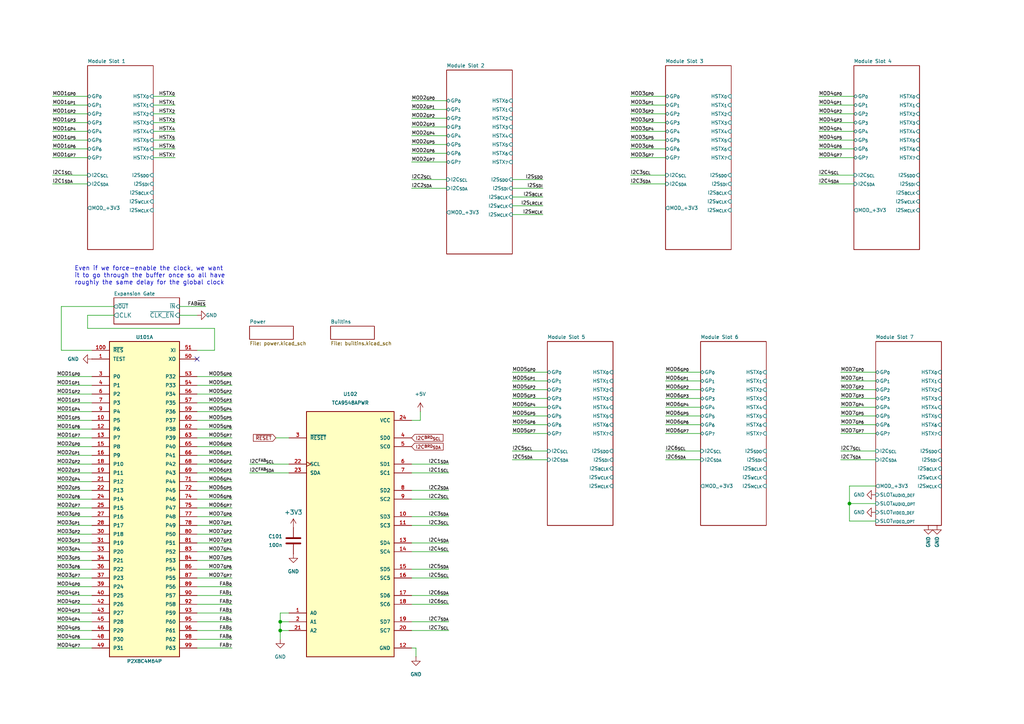
<source format=kicad_sch>
(kicad_sch (version 20250114) (generator "eeschema") (generator_version "9.0")
  (paper "A4")
  (text "Even if we force-enable the clock, we want\nit to go through the buffer once so all have\nroughly the same delay for the global clock" (at 21.59 80.01 0) (effects (font (size 1.27 1.27)) (justify left)))
  (junction (at 81.28 180.34))
  (junction (at 81.28 182.88))
  (junction (at 246.38 146.05))
  (no_connect (at 57.15 104.14))
  (wire (pts (xy 16.51 109.22) (xy 26.67 109.22)))
  (wire (pts (xy 246.38 140.97) (xy 254 140.97)))
  (wire (pts (xy 119.38 134.62) (xy 130.175 134.62)))
  (wire (pts (xy 304.8 146.05) (xy 316.23 146.05)))
  (wire (pts (xy 182.88 35.56) (xy 193.04 35.56)))
  (wire (pts (xy 16.51 165.1) (xy 26.67 165.1)))
  (wire (pts (xy 16.51 129.54) (xy 26.67 129.54)))
  (wire (pts (xy 67.31 137.16) (xy 57.15 137.16)))
  (wire (pts (xy 203.2 130.81) (xy 193.04 130.81)))
  (wire (pts (xy 16.51 152.4) (xy 26.67 152.4)))
  (wire (pts (xy 119.38 44.45) (xy 129.54 44.45)))
  (wire (pts (xy 67.31 167.64) (xy 57.15 167.64)))
  (wire (pts (xy 182.88 33.02) (xy 193.04 33.02)))
  (wire (pts (xy 44.45 35.56) (xy 50.8 35.56)))
  (wire (pts (xy 67.31 170.18) (xy 57.15 170.18)))
  (wire (pts (xy 304.8 133.985) (xy 316.23 133.985)))
  (wire (pts (xy 52.07 88.9) (xy 59.69 88.9)))
  (wire (pts (xy 182.88 40.64) (xy 193.04 40.64)))
  (wire (pts (xy 67.31 144.78) (xy 57.15 144.78)))
  (wire (pts (xy 119.38 180.34) (xy 130.175 180.34)))
  (wire (pts (xy 67.31 119.38) (xy 57.15 119.38)))
  (wire (pts (xy 304.8 131.445) (xy 316.23 131.445)))
  (wire (pts (xy 304.8 95.25) (xy 316.23 95.25)))
  (wire (pts (xy 16.51 149.86) (xy 26.67 149.86)))
  (wire (pts (xy 246.38 146.05) (xy 254 146.05)))
  (wire (pts (xy 148.59 110.49) (xy 158.75 110.49)))
  (wire (pts (xy 83.82 177.8) (xy 81.28 177.8)))
  (wire (pts (xy 203.2 133.35) (xy 193.04 133.35)))
  (wire (pts (xy 148.59 113.03) (xy 158.75 113.03)))
  (wire (pts (xy 304.8 115.57) (xy 316.23 115.57)))
  (wire (pts (xy 16.51 127) (xy 26.67 127)))
  (wire (pts (xy 57.15 101.6) (xy 62.23 101.6)))
  (wire (pts (xy 67.31 149.86) (xy 57.15 149.86)))
  (wire (pts (xy 62.23 95.25) (xy 62.23 101.6)))
  (wire (pts (xy 119.38 165.1) (xy 130.175 165.1)))
  (wire (pts (xy 67.31 121.92) (xy 57.15 121.92)))
  (wire (pts (xy 15.24 45.72) (xy 25.4 45.72)))
  (wire (pts (xy 193.04 123.19) (xy 203.2 123.19)))
  (wire (pts (xy 67.31 127) (xy 57.15 127)))
  (wire (pts (xy 81.28 180.34) (xy 83.82 180.34)))
  (wire (pts (xy 304.8 136.525) (xy 316.23 136.525)))
  (wire (pts (xy 148.59 59.69) (xy 157.48 59.69)))
  (wire (pts (xy 243.84 110.49) (xy 254 110.49)))
  (wire (pts (xy 120.65 190.5) (xy 120.65 187.96)))
  (wire (pts (xy 16.51 157.48) (xy 26.67 157.48)))
  (wire (pts (xy 16.51 154.94) (xy 26.67 154.94)))
  (wire (pts (xy 16.51 132.08) (xy 26.67 132.08)))
  (wire (pts (xy 119.38 137.16) (xy 130.175 137.16)))
  (wire (pts (xy 67.31 134.62) (xy 57.15 134.62)))
  (wire (pts (xy 254 151.13) (xy 246.38 151.13)))
  (wire (pts (xy 16.51 160.02) (xy 26.67 160.02)))
  (wire (pts (xy 67.31 160.02) (xy 57.15 160.02)))
  (wire (pts (xy 16.51 114.3) (xy 26.67 114.3)))
  (wire (pts (xy 304.8 148.59) (xy 316.23 148.59)))
  (wire (pts (xy 237.49 40.64) (xy 247.65 40.64)))
  (wire (pts (xy 119.38 172.72) (xy 130.175 172.72)))
  (wire (pts (xy 182.88 30.48) (xy 193.04 30.48)))
  (wire (pts (xy 67.31 182.88) (xy 57.15 182.88)))
  (wire (pts (xy 44.45 38.1) (xy 50.8 38.1)))
  (wire (pts (xy 304.8 141.605) (xy 316.23 141.605)))
  (wire (pts (xy 119.38 36.83) (xy 129.54 36.83)))
  (wire (pts (xy 304.8 85.09) (xy 316.23 85.09)))
  (wire (pts (xy 119.38 160.02) (xy 130.175 160.02)))
  (wire (pts (xy 17.78 88.9) (xy 17.78 101.6)))
  (wire (pts (xy 119.38 31.75) (xy 129.54 31.75)))
  (wire (pts (xy 16.51 124.46) (xy 26.67 124.46)))
  (wire (pts (xy 193.04 107.95) (xy 203.2 107.95)))
  (wire (pts (xy 193.04 110.49) (xy 203.2 110.49)))
  (wire (pts (xy 16.51 162.56) (xy 26.67 162.56)))
  (wire (pts (xy 304.8 113.03) (xy 316.23 113.03)))
  (wire (pts (xy 243.84 113.03) (xy 254 113.03)))
  (wire (pts (xy 119.38 144.78) (xy 130.175 144.78)))
  (wire (pts (xy 67.31 114.3) (xy 57.15 114.3)))
  (wire (pts (xy 237.49 38.1) (xy 247.65 38.1)))
  (wire (pts (xy 193.04 115.57) (xy 203.2 115.57)))
  (wire (pts (xy 119.38 46.99) (xy 129.54 46.99)))
  (wire (pts (xy 67.31 152.4) (xy 57.15 152.4)))
  (wire (pts (xy 16.51 170.18) (xy 26.67 170.18)))
  (wire (pts (xy 17.78 101.6) (xy 26.67 101.6)))
  (wire (pts (xy 237.49 45.72) (xy 247.65 45.72)))
  (wire (pts (xy 182.88 43.18) (xy 193.04 43.18)))
  (wire (pts (xy 304.8 110.49) (xy 316.23 110.49)))
  (wire (pts (xy 193.04 125.73) (xy 203.2 125.73)))
  (wire (pts (xy 148.59 54.61) (xy 157.48 54.61)))
  (wire (pts (xy 304.8 139.065) (xy 316.23 139.065)))
  (wire (pts (xy 158.75 130.81) (xy 148.59 130.81)))
  (wire (pts (xy 193.04 53.34) (xy 182.88 53.34)))
  (wire (pts (xy 119.38 152.4) (xy 130.175 152.4)))
  (wire (pts (xy 25.4 50.8) (xy 15.24 50.8)))
  (wire (pts (xy 72.39 134.62) (xy 83.82 134.62)))
  (wire (pts (xy 246.38 146.05) (xy 246.38 140.97)))
  (wire (pts (xy 304.8 152.4) (xy 316.23 152.4)))
  (wire (pts (xy 304.8 121.285) (xy 316.23 121.285)))
  (wire (pts (xy 148.59 107.95) (xy 158.75 107.95)))
  (wire (pts (xy 67.31 165.1) (xy 57.15 165.1)))
  (wire (pts (xy 16.51 116.84) (xy 26.67 116.84)))
  (wire (pts (xy 44.45 30.48) (xy 50.8 30.48)))
  (wire (pts (xy 243.84 115.57) (xy 254 115.57)))
  (wire (pts (xy 25.4 95.25) (xy 62.23 95.25)))
  (wire (pts (xy 182.88 38.1) (xy 193.04 38.1)))
  (wire (pts (xy 243.84 120.65) (xy 254 120.65)))
  (wire (pts (xy 25.4 53.34) (xy 15.24 53.34)))
  (wire (pts (xy 119.38 175.26) (xy 130.175 175.26)))
  (wire (pts (xy 119.38 142.24) (xy 130.175 142.24)))
  (wire (pts (xy 16.51 144.78) (xy 26.67 144.78)))
  (wire (pts (xy 16.51 111.76) (xy 26.67 111.76)))
  (wire (pts (xy 237.49 27.94) (xy 247.65 27.94)))
  (wire (pts (xy 304.8 123.825) (xy 316.23 123.825)))
  (wire (pts (xy 15.24 35.56) (xy 25.4 35.56)))
  (wire (pts (xy 129.54 52.07) (xy 119.38 52.07)))
  (wire (pts (xy 67.31 142.24) (xy 57.15 142.24)))
  (wire (pts (xy 67.31 111.76) (xy 57.15 111.76)))
  (wire (pts (xy 67.31 124.46) (xy 57.15 124.46)))
  (wire (pts (xy 67.31 185.42) (xy 57.15 185.42)))
  (wire (pts (xy 304.8 90.17) (xy 316.23 90.17)))
  (wire (pts (xy 15.24 43.18) (xy 25.4 43.18)))
  (wire (pts (xy 158.75 133.35) (xy 148.59 133.35)))
  (wire (pts (xy 148.59 62.23) (xy 157.48 62.23)))
  (wire (pts (xy 44.45 27.94) (xy 50.8 27.94)))
  (wire (pts (xy 67.31 175.26) (xy 57.15 175.26)))
  (wire (pts (xy 148.59 123.19) (xy 158.75 123.19)))
  (wire (pts (xy 254 130.81) (xy 243.84 130.81)))
  (wire (pts (xy 81.28 177.8) (xy 81.28 180.34)))
  (wire (pts (xy 16.51 137.16) (xy 26.67 137.16)))
  (wire (pts (xy 33.02 91.44) (xy 25.4 91.44)))
  (wire (pts (xy 67.31 109.22) (xy 57.15 109.22)))
  (wire (pts (xy 119.38 39.37) (xy 129.54 39.37)))
  (wire (pts (xy 16.51 185.42) (xy 26.67 185.42)))
  (wire (pts (xy 247.65 53.34) (xy 237.49 53.34)))
  (wire (pts (xy 237.49 43.18) (xy 247.65 43.18)))
  (wire (pts (xy 148.59 120.65) (xy 158.75 120.65)))
  (wire (pts (xy 67.31 139.7) (xy 57.15 139.7)))
  (wire (pts (xy 67.31 116.84) (xy 57.15 116.84)))
  (wire (pts (xy 237.49 30.48) (xy 247.65 30.48)))
  (wire (pts (xy 119.38 157.48) (xy 130.175 157.48)))
  (wire (pts (xy 15.24 33.02) (xy 25.4 33.02)))
  (wire (pts (xy 254 133.35) (xy 243.84 133.35)))
  (wire (pts (xy 44.45 43.18) (xy 50.8 43.18)))
  (wire (pts (xy 148.59 57.15) (xy 157.48 57.15)))
  (wire (pts (xy 237.49 33.02) (xy 247.65 33.02)))
  (wire (pts (xy 16.51 175.26) (xy 26.67 175.26)))
  (wire (pts (xy 44.45 33.02) (xy 50.8 33.02)))
  (wire (pts (xy 304.8 92.71) (xy 316.23 92.71)))
  (wire (pts (xy 80.01 127) (xy 83.82 127)))
  (wire (pts (xy 67.31 172.72) (xy 57.15 172.72)))
  (wire (pts (xy 304.8 87.63) (xy 316.23 87.63)))
  (wire (pts (xy 243.84 123.19) (xy 254 123.19)))
  (wire (pts (xy 67.31 162.56) (xy 57.15 162.56)))
  (wire (pts (xy 67.31 129.54) (xy 57.15 129.54)))
  (wire (pts (xy 16.51 172.72) (xy 26.67 172.72)))
  (wire (pts (xy 72.39 137.16) (xy 83.82 137.16)))
  (wire (pts (xy 119.38 29.21) (xy 129.54 29.21)))
  (wire (pts (xy 148.59 115.57) (xy 158.75 115.57)))
  (wire (pts (xy 16.51 121.92) (xy 26.67 121.92)))
  (wire (pts (xy 16.51 119.38) (xy 26.67 119.38)))
  (wire (pts (xy 15.24 38.1) (xy 25.4 38.1)))
  (wire (pts (xy 121.92 119.38) (xy 121.92 121.92)))
  (wire (pts (xy 16.51 182.88) (xy 26.67 182.88)))
  (wire (pts (xy 16.51 134.62) (xy 26.67 134.62)))
  (wire (pts (xy 44.45 40.64) (xy 50.8 40.64)))
  (wire (pts (xy 193.04 120.65) (xy 203.2 120.65)))
  (wire (pts (xy 33.02 88.9) (xy 17.78 88.9)))
  (wire (pts (xy 247.65 50.8) (xy 237.49 50.8)))
  (wire (pts (xy 52.07 91.44) (xy 57.15 91.44)))
  (wire (pts (xy 67.31 147.32) (xy 57.15 147.32)))
  (wire (pts (xy 119.38 34.29) (xy 129.54 34.29)))
  (wire (pts (xy 15.24 30.48) (xy 25.4 30.48)))
  (wire (pts (xy 304.8 100.33) (xy 316.23 100.33)))
  (wire (pts (xy 81.28 182.88) (xy 83.82 182.88)))
  (wire (pts (xy 119.38 149.86) (xy 130.175 149.86)))
  (wire (pts (xy 15.24 40.64) (xy 25.4 40.64)))
  (wire (pts (xy 193.04 50.8) (xy 182.88 50.8)))
  (wire (pts (xy 81.28 182.88) (xy 81.28 185.42)))
  (wire (pts (xy 119.38 121.92) (xy 121.92 121.92)))
  (wire (pts (xy 148.59 125.73) (xy 158.75 125.73)))
  (wire (pts (xy 67.31 180.34) (xy 57.15 180.34)))
  (wire (pts (xy 246.38 151.13) (xy 246.38 146.05)))
  (wire (pts (xy 304.8 102.87) (xy 316.23 102.87)))
  (wire (pts (xy 304.8 118.11) (xy 316.23 118.11)))
  (wire (pts (xy 148.59 118.11) (xy 158.75 118.11)))
  (wire (pts (xy 16.51 167.64) (xy 26.67 167.64)))
  (wire (pts (xy 120.65 187.96) (xy 119.38 187.96)))
  (wire (pts (xy 304.8 97.79) (xy 316.23 97.79)))
  (wire (pts (xy 243.84 118.11) (xy 254 118.11)))
  (wire (pts (xy 193.04 113.03) (xy 203.2 113.03)))
  (wire (pts (xy 25.4 91.44) (xy 25.4 95.25)))
  (wire (pts (xy 67.31 177.8) (xy 57.15 177.8)))
  (wire (pts (xy 15.24 27.94) (xy 25.4 27.94)))
  (wire (pts (xy 67.31 154.94) (xy 57.15 154.94)))
  (wire (pts (xy 304.8 128.905) (xy 316.23 128.905)))
  (wire (pts (xy 67.31 157.48) (xy 57.15 157.48)))
  (wire (pts (xy 129.54 54.61) (xy 119.38 54.61)))
  (wire (pts (xy 193.04 118.11) (xy 203.2 118.11)))
  (wire (pts (xy 16.51 139.7) (xy 26.67 139.7)))
  (wire (pts (xy 119.38 41.91) (xy 129.54 41.91)))
  (wire (pts (xy 67.31 187.96) (xy 57.15 187.96)))
  (wire (pts (xy 237.49 35.56) (xy 247.65 35.56)))
  (wire (pts (xy 67.31 132.08) (xy 57.15 132.08)))
  (wire (pts (xy 304.8 107.95) (xy 316.23 107.95)))
  (wire (pts (xy 182.88 45.72) (xy 193.04 45.72)))
  (wire (pts (xy 243.84 125.73) (xy 254 125.73)))
  (wire (pts (xy 16.51 142.24) (xy 26.67 142.24)))
  (wire (pts (xy 16.51 187.96) (xy 26.67 187.96)))
  (wire (pts (xy 119.38 182.88) (xy 130.175 182.88)))
  (wire (pts (xy 304.8 126.365) (xy 316.23 126.365)))
  (wire (pts (xy 81.28 180.34) (xy 81.28 182.88)))
  (wire (pts (xy 16.51 147.32) (xy 26.67 147.32)))
  (wire (pts (xy 16.51 180.34) (xy 26.67 180.34)))
  (wire (pts (xy 148.59 52.07) (xy 157.48 52.07)))
  (wire (pts (xy 243.84 107.95) (xy 254 107.95)))
  (wire (pts (xy 182.88 27.94) (xy 193.04 27.94)))
  (wire (pts (xy 44.45 45.72) (xy 50.8 45.72)))
  (wire (pts (xy 16.51 177.8) (xy 26.67 177.8)))
  (wire (pts (xy 119.38 167.64) (xy 130.175 167.64)))
  (label "HSTX_{0}" (at 50.8 27.94 180) (effects (font (size 1.016 1.016))))
  (label "MOD5_{GP4}" (at 67.31 119.38 180) (effects (font (size 1.016 1.016))))
  (label "MOD1_{GP0}" (at 16.51 109.22 0) (effects (font (size 1.016 1.016))))
  (label "I2S_{SDI}" (at 304.8 110.49 0) (effects (font (size 1.016 1.016))))
  (label "FAB_{6}" (at 304.8 136.525 0) (effects (font (size 1.016 1.016))))
  (label "MOD2_{GP5}" (at 16.51 142.24 0) (effects (font (size 1.016 1.016))))
  (label "I2S_{LRCLK}" (at 157.48 59.69 180) (effects (font (size 1.016 1.016))))
  (label "MOD1_{GP5}" (at 16.51 121.92 0) (effects (font (size 1.016 1.016))))
  (label "MOD3_{GP1}" (at 182.88 30.48 0) (effects (font (size 1.016 1.016))))
  (label "MOD4_{GP0}" (at 16.51 170.18 0) (effects (font (size 1.016 1.016))))
  (label "HSTX_{3}" (at 304.8 92.71 0) (effects (font (size 1.016 1.016))))
  (label "MOD6_{GP4}" (at 193.04 118.11 0) (effects (font (size 1.016 1.016))))
  (label "MOD2_{GP7}" (at 119.38 46.99 0) (effects (font (size 1.016 1.016))))
  (label "MOD6_{GP2}" (at 67.31 134.62 180) (effects (font (size 1.016 1.016))))
  (label "MOD1_{GP2}" (at 15.24 33.02 0) (effects (font (size 1.016 1.016))))
  (label "MOD4_{GP1}" (at 16.51 172.72 0) (effects (font (size 1.016 1.016))))
  (label "MOD1_{GP1}" (at 16.51 111.76 0) (effects (font (size 1.016 1.016))))
  (label "MOD6_{GP5}" (at 67.31 142.24 180) (effects (font (size 1.016 1.016))))
  (label "MOD6_{GP6}" (at 193.04 123.19 0) (effects (font (size 1.016 1.016))))
  (label "MOD7_{GP0}" (at 243.84 107.95 0) (effects (font (size 1.016 1.016))))
  (label "MOD4_{GP2}" (at 16.51 175.26 0) (effects (font (size 1.016 1.016))))
  (label "I2C4_{SCL}" (at 237.49 50.8 0) (effects (font (size 1.016 1.016))))
  (label "MOD4_{GP2}" (at 237.49 33.02 0) (effects (font (size 1.016 1.016))))
  (label "MOD6_{GP0}" (at 67.31 129.54 180) (effects (font (size 1.016 1.016))))
  (label "MOD1_{GP7}" (at 16.51 127 0) (effects (font (size 1.016 1.016))))
  (label "MOD4_{GP4}" (at 16.51 180.34 0) (effects (font (size 1.016 1.016))))
  (label "HSTX_{1}" (at 50.8 30.48 180) (effects (font (size 1.016 1.016))))
  (label "I2C3_{SCL}" (at 130.175 152.4 180) (effects (font (size 1.016 1.016))))
  (label "MOD2_{GP7}" (at 16.51 147.32 0) (effects (font (size 1.016 1.016))))
  (label "MOD2_{GP3}" (at 16.51 137.16 0) (effects (font (size 1.016 1.016))))
  (label "MOD6_{GP7}" (at 193.04 125.73 0) (effects (font (size 1.016 1.016))))
  (label "HSTX_{7}" (at 304.8 102.87 0) (effects (font (size 1.016 1.016))))
  (label "I2S_{BCLK}" (at 304.8 113.03 0) (effects (font (size 1.016 1.016))))
  (label "MOD5_{GP6}" (at 67.31 124.46 180) (effects (font (size 1.016 1.016))))
  (label "I2C3_{SCL}" (at 182.88 50.8 0) (effects (font (size 1.016 1.016))))
  (label "HSTX_{3}" (at 50.8 35.56 180) (effects (font (size 1.016 1.016))))
  (label "FAB_{3}" (at 304.8 128.905 0) (effects (font (size 1.016 1.016))))
  (label "FAB_{5}" (at 304.8 133.985 0) (effects (font (size 1.016 1.016))))
  (label "FAB_{2}" (at 67.31 175.26 180) (effects (font (size 1.016 1.016))))
  (label "HSTX_{6}" (at 50.8 43.18 180) (effects (font (size 1.016 1.016))))
  (label "I2C4_{SDA}" (at 237.49 53.34 0) (effects (font (size 1.016 1.016))))
  (label "MOD7_{GP2}" (at 67.31 154.94 180) (effects (font (size 1.016 1.016))))
  (label "MOD4_{GP4}" (at 237.49 38.1 0) (effects (font (size 1.016 1.016))))
  (label "I2C2_{SCL}" (at 119.38 52.07 0) (effects (font (size 1.016 1.016))))
  (label "MOD7_{GP7}" (at 67.31 167.64 180) (effects (font (size 1.016 1.016))))
  (label "MOD3_{GP7}" (at 16.51 167.64 0) (effects (font (size 1.016 1.016))))
  (label "MOD5_{GP6}" (at 148.59 123.19 0) (effects (font (size 1.016 1.016))))
  (label "MOD7_{GP3}" (at 67.31 157.48 180) (effects (font (size 1.016 1.016))))
  (label "MOD2_{GP0}" (at 119.38 29.21 0) (effects (font (size 1.016 1.016))))
  (label "I2C^{UPL}_{SCL}" (at 304.8 146.05 0) (effects (font (size 1.016 1.016))))
  (label "I2C3_{SDA}" (at 182.88 53.34 0) (effects (font (size 1.016 1.016))))
  (label "MOD5_{GP0}" (at 148.59 107.95 0) (effects (font (size 1.016 1.016))))
  (label "I2S_{SDO}" (at 304.8 107.95 0) (effects (font (size 1.016 1.016))))
  (label "MOD7_{GP7}" (at 243.84 125.73 0) (effects (font (size 1.016 1.016))))
  (label "I2C7_{SCL}" (at 130.175 182.88 180) (effects (font (size 1.016 1.016))))
  (label "FAB_{0}" (at 67.31 170.18 180) (effects (font (size 1.016 1.016))))
  (label "I2C4_{SDA}" (at 130.175 157.48 180) (effects (font (size 1.016 1.016))))
  (label "FAB_{1}" (at 67.31 172.72 180) (effects (font (size 1.016 1.016))))
  (label "I2C6_{SDA}" (at 193.04 133.35 0) (effects (font (size 1.016 1.016))))
  (label "MOD7_{GP5}" (at 67.31 162.56 180) (effects (font (size 1.016 1.016))))
  (label "MOD6_{GP4}" (at 67.31 139.7 180) (effects (font (size 1.016 1.016))))
  (label "MOD5_{GP3}" (at 67.31 116.84 180) (effects (font (size 1.016 1.016))))
  (label "FAB_{0}" (at 304.8 121.285 0) (effects (font (size 1.016 1.016))))
  (label "MOD6_{GP6}" (at 67.31 144.78 180) (effects (font (size 1.016 1.016))))
  (label "MOD2_{GP3}" (at 119.38 36.83 0) (effects (font (size 1.016 1.016))))
  (label "HSTX_{2}" (at 304.8 90.17 0) (effects (font (size 1.016 1.016))))
  (label "HSTX_{0}" (at 304.8 85.09 0) (effects (font (size 1.016 1.016))))
  (label "I2C^{FAB}_{SDA}" (at 72.39 137.16 0) (effects (font (size 1.016 1.016))))
  (label "HSTX_{4}" (at 304.8 95.25 0) (effects (font (size 1.016 1.016))))
  (label "MOD6_{GP3}" (at 193.04 115.57 0) (effects (font (size 1.016 1.016))))
  (label "MOD4_{GP5}" (at 237.49 40.64 0) (effects (font (size 1.016 1.016))))
  (label "I2C2_{SDA}" (at 130.175 142.24 180) (effects (font (size 1.016 1.016))))
  (label "MOD6_{GP7}" (at 67.31 147.32 180) (effects (font (size 1.016 1.016))))
  (label "MOD1_{GP6}" (at 16.51 124.46 0) (effects (font (size 1.016 1.016))))
  (label "HSTX_{6}" (at 304.8 100.33 0) (effects (font (size 1.016 1.016))))
  (label "MOD7_{GP4}" (at 67.31 160.02 180) (effects (font (size 1.016 1.016))))
  (label "MOD3_{GP1}" (at 16.51 152.4 0) (effects (font (size 1.016 1.016))))
  (label "MOD6_{GP3}" (at 67.31 137.16 180) (effects (font (size 1.016 1.016))))
  (label "I2C5_{SDA}" (at 130.175 165.1 180) (effects (font (size 1.016 1.016))))
  (label "I2C7_{SCL}" (at 243.84 130.81 0) (effects (font (size 1.016 1.016))))
  (label "FAB_{~{RES}}" (at 59.69 88.9 180) (effects (font (size 1.016 1.016))))
  (label "MOD2_{GP0}" (at 16.51 129.54 0) (effects (font (size 1.016 1.016))))
  (label "MOD3_{GP5}" (at 16.51 162.56 0) (effects (font (size 1.016 1.016))))
  (label "I2C6_{SCL}" (at 193.04 130.81 0) (effects (font (size 1.016 1.016))))
  (label "I2C5_{SCL}" (at 148.59 130.81 0) (effects (font (size 1.016 1.016))))
  (label "MOD3_{GP2}" (at 182.88 33.02 0) (effects (font (size 1.016 1.016))))
  (label "MOD5_{GP3}" (at 148.59 115.57 0) (effects (font (size 1.016 1.016))))
  (label "MOD3_{GP3}" (at 16.51 157.48 0) (effects (font (size 1.016 1.016))))
  (label "MOD5_{GP2}" (at 67.31 114.3 180) (effects (font (size 1.016 1.016))))
  (label "MOD7_{GP2}" (at 243.84 113.03 0) (effects (font (size 1.016 1.016))))
  (label "MOD3_{GP6}" (at 16.51 165.1 0) (effects (font (size 1.016 1.016))))
  (label "MOD6_{GP1}" (at 193.04 110.49 0) (effects (font (size 1.016 1.016))))
  (label "MOD3_{GP0}" (at 16.51 149.86 0) (effects (font (size 1.016 1.016))))
  (label "MOD5_{GP1}" (at 67.31 111.76 180) (effects (font (size 1.016 1.016))))
  (label "I2C6_{SCL}" (at 130.175 175.26 180) (effects (font (size 1.016 1.016))))
  (label "FAB_{7}" (at 304.8 139.065 0) (effects (font (size 1.016 1.016))))
  (label "HSTX_{5}" (at 50.8 40.64 180) (effects (font (size 1.016 1.016))))
  (label "MOD2_{GP5}" (at 119.38 41.91 0) (effects (font (size 1.016 1.016))))
  (label "MOD6_{GP5}" (at 193.04 120.65 0) (effects (font (size 1.016 1.016))))
  (label "MOD3_{GP0}" (at 182.88 27.94 0) (effects (font (size 1.016 1.016))))
  (label "I2C4_{SCL}" (at 130.175 160.02 180) (effects (font (size 1.016 1.016))))
  (label "I2S_{SDI}" (at 157.48 54.61 180) (effects (font (size 1.016 1.016))))
  (label "I2C7_{SDA}" (at 130.175 180.34 180) (effects (font (size 1.016 1.016))))
  (label "MOD2_{GP4}" (at 119.38 39.37 0) (effects (font (size 1.016 1.016))))
  (label "MOD4_{GP1}" (at 237.49 30.48 0) (effects (font (size 1.016 1.016))))
  (label "HSTX_{5}" (at 304.8 97.79 0) (effects (font (size 1.016 1.016))))
  (label "I2C^{FAB}_{SCL}" (at 72.39 134.62 0) (effects (font (size 1.016 1.016))))
  (label "EXP_{~{IRQ}}" (at 304.8 152.4 0) (effects (font (size 1.016 1.016))))
  (label "MOD4_{GP7}" (at 16.51 187.96 0) (effects (font (size 1.016 1.016))))
  (label "MOD4_{GP7}" (at 237.49 45.72 0) (effects (font (size 1.016 1.016))))
  (label "FAB_{5}" (at 67.31 182.88 180) (effects (font (size 1.016 1.016))))
  (label "MOD3_{GP7}" (at 182.88 45.72 0) (effects (font (size 1.016 1.016))))
  (label "MOD5_{GP5}" (at 148.59 120.65 0) (effects (font (size 1.016 1.016))))
  (label "MOD1_{GP3}" (at 15.24 35.56 0) (effects (font (size 1.016 1.016))))
  (label "FAB_{4}" (at 304.8 131.445 0) (effects (font (size 1.016 1.016))))
  (label "I2S_{MCLK}" (at 304.8 118.11 0) (effects (font (size 1.016 1.016))))
  (label "I2S_{BCLK}" (at 157.48 57.15 180) (effects (font (size 1.016 1.016))))
  (label "MOD1_{GP4}" (at 15.24 38.1 0) (effects (font (size 1.016 1.016))))
  (label "MOD4_{GP6}" (at 237.49 43.18 0) (effects (font (size 1.016 1.016))))
  (label "MOD2_{GP2}" (at 16.51 134.62 0) (effects (font (size 1.016 1.016))))
  (label "MOD2_{GP4}" (at 16.51 139.7 0) (effects (font (size 1.016 1.016))))
  (label "MOD7_{GP3}" (at 243.84 115.57 0) (effects (font (size 1.016 1.016))))
  (label "MOD1_{GP4}" (at 16.51 119.38 0) (effects (font (size 1.016 1.016))))
  (label "MOD7_{GP1}" (at 243.84 110.49 0) (effects (font (size 1.016 1.016))))
  (label "MOD2_{GP1}" (at 16.51 132.08 0) (effects (font (size 1.016 1.016))))
  (label "MOD5_{GP7}" (at 67.31 127 180) (effects (font (size 1.016 1.016))))
  (label "MOD3_{GP4}" (at 16.51 160.02 0) (effects (font (size 1.016 1.016))))
  (label "MOD1_{GP2}" (at 16.51 114.3 0) (effects (font (size 1.016 1.016))))
  (label "MOD1_{GP6}" (at 15.24 43.18 0) (effects (font (size 1.016 1.016))))
  (label "I2C2_{SCL}" (at 130.175 144.78 180) (effects (font (size 1.016 1.016))))
  (label "I2C6_{SDA}" (at 130.175 172.72 180) (effects (font (size 1.016 1.016))))
  (label "MOD4_{GP3}" (at 16.51 177.8 0) (effects (font (size 1.016 1.016))))
  (label "MOD1_{GP3}" (at 16.51 116.84 0) (effects (font (size 1.016 1.016))))
  (label "MOD1_{GP5}" (at 15.24 40.64 0) (effects (font (size 1.016 1.016))))
  (label "MOD5_{GP2}" (at 148.59 113.03 0) (effects (font (size 1.016 1.016))))
  (label "MOD7_{GP4}" (at 243.84 118.11 0) (effects (font (size 1.016 1.016))))
  (label "MOD7_{GP6}" (at 67.31 165.1 180) (effects (font (size 1.016 1.016))))
  (label "FAB_{6}" (at 67.31 185.42 180) (effects (font (size 1.016 1.016))))
  (label "FAB_{~{RES}}" (at 304.8 141.605 0) (effects (font (size 1.016 1.016))))
  (label "MOD6_{GP2}" (at 193.04 113.03 0) (effects (font (size 1.016 1.016))))
  (label "MOD2_{GP2}" (at 119.38 34.29 0) (effects (font (size 1.016 1.016))))
  (label "I2C3_{SDA}" (at 130.175 149.86 180) (effects (font (size 1.016 1.016))))
  (label "MOD4_{GP3}" (at 237.49 35.56 0) (effects (font (size 1.016 1.016))))
  (label "MOD3_{GP2}" (at 16.51 154.94 0) (effects (font (size 1.016 1.016))))
  (label "FAB_{7}" (at 67.31 187.96 180) (effects (font (size 1.016 1.016))))
  (label "MOD4_{GP5}" (at 16.51 182.88 0) (effects (font (size 1.016 1.016))))
  (label "MOD1_{GP7}" (at 15.24 45.72 0) (effects (font (size 1.016 1.016))))
  (label "HSTX_{7}" (at 50.8 45.72 180) (effects (font (size 1.016 1.016))))
  (label "MOD4_{GP0}" (at 237.49 27.94 0) (effects (font (size 1.016 1.016))))
  (label "MOD3_{GP5}" (at 182.88 40.64 0) (effects (font (size 1.016 1.016))))
  (label "HSTX_{1}" (at 304.8 87.63 0) (effects (font (size 1.016 1.016))))
  (label "I2C5_{SCL}" (at 130.175 167.64 180) (effects (font (size 1.016 1.016))))
  (label "MOD1_{GP1}" (at 15.24 30.48 0) (effects (font (size 1.016 1.016))))
  (label "MOD7_{GP1}" (at 67.31 152.4 180) (effects (font (size 1.016 1.016))))
  (label "FAB_{1}" (at 304.8 123.825 0) (effects (font (size 1.016 1.016))))
  (label "MOD7_{GP0}" (at 67.31 149.86 180) (effects (font (size 1.016 1.016))))
  (label "I2S_{LRCLK}" (at 304.8 115.57 0) (effects (font (size 1.016 1.016))))
  (label "MOD1_{GP0}" (at 15.24 27.94 0) (effects (font (size 1.016 1.016))))
  (label "MOD7_{GP5}" (at 243.84 120.65 0) (effects (font (size 1.016 1.016))))
  (label "I2C1_{SCL}" (at 130.175 137.16 180) (effects (font (size 1.016 1.016))))
  (label "MOD5_{GP7}" (at 148.59 125.73 0) (effects (font (size 1.016 1.016))))
  (label "MOD5_{GP5}" (at 67.31 121.92 180) (effects (font (size 1.016 1.016))))
  (label "MOD7_{GP6}" (at 243.84 123.19 0) (effects (font (size 1.016 1.016))))
  (label "MOD6_{GP0}" (at 193.04 107.95 0) (effects (font (size 1.016 1.016))))
  (label "HSTX_{4}" (at 50.8 38.1 180) (effects (font (size 1.016 1.016))))
  (label "I2C7_{SDA}" (at 243.84 133.35 0) (effects (font (size 1.016 1.016))))
  (label "I2C^{UPL}_{SDA}" (at 304.8 148.59 0) (effects (font (size 1.016 1.016))))
  (label "I2C2_{SDA}" (at 119.38 54.61 0) (effects (font (size 1.016 1.016))))
  (label "MOD2_{GP1}" (at 119.38 31.75 0) (effects (font (size 1.016 1.016))))
  (label "I2C1_{SDA}" (at 15.24 53.34 0) (effects (font (size 1.016 1.016))))
  (label "MOD2_{GP6}" (at 16.51 144.78 0) (effects (font (size 1.016 1.016))))
  (label "MOD4_{GP6}" (at 16.51 185.42 0) (effects (font (size 1.016 1.016))))
  (label "I2C1_{SDA}" (at 130.175 134.62 180) (effects (font (size 1.016 1.016))))
  (label "MOD6_{GP1}" (at 67.31 132.08 180) (effects (font (size 1.016 1.016))))
  (label "MOD3_{GP3}" (at 182.88 35.56 0) (effects (font (size 1.016 1.016))))
  (label "MOD3_{GP4}" (at 182.88 38.1 0) (effects (font (size 1.016 1.016))))
  (label "I2S_{SDO}" (at 157.48 52.07 180) (effects (font (size 1.016 1.016))))
  (label "FAB_{2}" (at 304.8 126.365 0) (effects (font (size 1.016 1.016))))
  (label "FAB_{4}" (at 67.31 180.34 180) (effects (font (size 1.016 1.016))))
  (label "MOD5_{GP0}" (at 67.31 109.22 180) (effects (font (size 1.016 1.016))))
  (label "MOD5_{GP1}" (at 148.59 110.49 0) (effects (font (size 1.016 1.016))))
  (label "HSTX_{2}" (at 50.8 33.02 180) (effects (font (size 1.016 1.016))))
  (label "MOD5_{GP4}" (at 148.59 118.11 0) (effects (font (size 1.016 1.016))))
  (label "MOD3_{GP6}" (at 182.88 43.18 0) (effects (font (size 1.016 1.016))))
  (label "MOD2_{GP6}" (at 119.38 44.45 0) (effects (font (size 1.016 1.016))))
  (label "I2S_{MCLK}" (at 157.48 62.23 180) (effects (font (size 1.016 1.016))))
  (label "I2C5_{SDA}" (at 148.59 133.35 0) (effects (font (size 1.016 1.016))))
  (label "I2C1_{SCL}" (at 15.24 50.8 0) (effects (font (size 1.016 1.016))))
  (label "FAB_{3}" (at 67.31 177.8 180) (effects (font (size 1.016 1.016))))
  (global_label "~{RESET}" (shape input) (at 80.01 127 180) (effects (font (size 1.016 1.016))) (property "Intersheetrefs" "${INTERSHEET_REFS}" (effects (hide yes))))
  (global_label "I2C^{BRD}_{SDA}" (shape input) (at 119.38 129.54 0) (effects (font (size 1.016 1.016))) (property "Intersheetrefs" "${INTERSHEET_REFS}" (effects (hide yes))))
  (global_label "I2C^{BRD}_{SCL}" (shape input) (at 119.38 127 0) (effects (font (size 1.016 1.016))) (property "Intersheetrefs" "${INTERSHEET_REFS}" (effects (hide yes))))
  (symbol (lib_id "power:GND") (at 254 143.51 270) (mirror x) (unit 1)
    (property "Reference" "#PWR0118" (effects (hide yes)))
    (property "Value" "GND" (at 250.825 143.51 90) (effects (font (size 1.016 1.016)) (justify right)))
    (property "Description" "Power symbol creates a global label with name \"GND\" , ground" (effects (hide yes)))
  )
  (symbol (lib_id "power:GND") (at 271.78 152.4 0) (mirror y) (unit 1)
    (property "Reference" "#PWR0149" (effects (hide yes)))
    (property "Value" "GND" (at 271.78 155.575 90) (effects (font (size 1.016 1.016)) (justify right)))
    (property "Description" "Power symbol creates a global label with name \"GND\" , ground" (effects (hide yes)))
  )
  (symbol (lib_id "Home Computer:P2X8C4M64P") (at 41.91 144.78 0) (unit 1)
    (property "Reference" "U101" (at 41.91 97.79 0) (effects (font (size 1.016 1.016))))
    (property "Value" "P2X8C4M64P" (at 41.91 191.77 0) (effects (font (size 1.016 1.016))))
    (property "Footprint" "Home Computer:QFP50P1600X1600X120-101N" (effects (hide yes)))
    (property "MF" "Parallax Inc." (effects (hide yes)))
    (property "MAXIMUM_PACKAGE_HEIGHT" "1.2mm" (effects (hide yes)))
    (property "Package" "None" (effects (hide yes)))
    (property "Price" "None" (effects (hide yes)))
    (property "Check_prices" "https://www.snapeda.com/parts/P2X8C4M64P/Parallax/view-part/?ref=eda" (effects (hide yes)))
    (property "STANDARD" "IPC-7351B" (effects (hide yes)))
    (property "PARTREV" "2022/11/01" (effects (hide yes)))
    (property "SnapEDA_Link" "https://www.snapeda.com/parts/P2X8C4M64P/Parallax/view-part/?ref=snap" (effects (hide yes)))
    (property "MP" "P2X8C4M64P" (effects (hide yes)))
    (property "Description_1" "\n                        \n                            P2X8C4M64P Propeller™ Microcontroller IC 32-Bit 8-Core 180MHz 544KB (544K x 8) RAM 100-TQFP-EP (14x14)\n                        \n" (effects (hide yes)))
    (property "SNAPEDA_PN" "P2X8C4M64P" (effects (hide yes)))
    (property "Availability" "In Stock" (effects (hide yes)))
    (property "MANUFACTURER" "Parallax Inc." (effects (hide yes)))
  )
  (symbol (lib_id "power:GND") (at 81.28 185.42 0) (unit 1)
    (property "Reference" "#PWR0109" (effects (hide yes)))
    (property "Value" "GND" (at 81.28 190.5 0) (effects (font (size 1.016 1.016))))
    (property "Description" "Power symbol creates a global label with name \"GND\" , ground" (effects (hide yes)))
  )
  (symbol (lib_id "power:GND") (at 57.15 91.44 90) (unit 1)
    (property "Reference" "#PWR0107" (effects (hide yes)))
    (property "Value" "GND" (at 59.69 91.44 90) (effects (font (size 1.016 1.016)) (justify right)))
    (property "Description" "Power symbol creates a global label with name \"GND\" , ground" (effects (hide yes)))
  )
  (symbol (lib_id "power:GND") (at 26.67 104.14 270) (unit 1)
    (property "Reference" "#PWR0101" (effects (hide yes)))
    (property "Value" "GND" (at 22.86 104.1399 90) (effects (font (size 1.016 1.016)) (justify right)))
    (property "Description" "Power symbol creates a global label with name \"GND\" , ground" (effects (hide yes)))
  )
  (symbol (lib_id "Device:C") (at 85.09 156.845 0) (mirror x) (unit 1)
    (property "Reference" "C101" (at 81.915 155.5749 0) (effects (font (size 1.016 1.016)) (justify right)))
    (property "Value" "100n" (at 81.915 158.1149 0) (effects (font (size 1.016 1.016)) (justify right)))
    (property "Footprint" "Capacitor_SMD:C_0603_1608Metric" (effects (hide yes)))
    (property "Description" "Unpolarized capacitor" (effects (hide yes)))
  )
  (symbol (lib_id "power:GND") (at 85.09 160.655 0) (mirror y) (unit 1)
    (property "Reference" "#PWR0111" (effects (hide yes)))
    (property "Value" "GND" (at 85.09 165.735 0) (effects (font (size 1.016 1.016))))
    (property "Description" "Power symbol creates a global label with name \"GND\" , ground" (effects (hide yes)))
  )
  (symbol (lib_id "power:GND") (at 120.65 190.5 0) (unit 1)
    (property "Reference" "#PWR0112" (effects (hide yes)))
    (property "Value" "GND" (at 120.65 195.58 0) (effects (font (size 1.016 1.016))))
    (property "Description" "Power symbol creates a global label with name \"GND\" , ground" (effects (hide yes)))
  )
  (symbol (lib_id "power:+3V3") (at 85.09 153.035 0) (mirror y) (unit 1)
    (property "Reference" "#PWR0110" (effects (hide yes)))
    (property "Value" "+3V3" (at 85.09 148.59 0))
    (property "Description" "Power symbol creates a global label with name \"+3V3\"" (effects (hide yes)))
  )
  (symbol (lib_id "power:GND") (at 254 148.59 270) (mirror x) (unit 1)
    (property "Reference" "#PWR0119" (effects (hide yes)))
    (property "Value" "GND" (at 250.825 148.59 90) (effects (font (size 1.016 1.016)) (justify right)))
    (property "Description" "Power symbol creates a global label with name \"GND\" , ground" (effects (hide yes)))
  )
  (symbol (lib_id "power:GND") (at 269.24 152.4 0) (mirror y) (unit 1)
    (property "Reference" "#PWR0148" (effects (hide yes)))
    (property "Value" "GND" (at 269.24 155.575 90) (effects (font (size 1.016 1.016)) (justify right)))
    (property "Description" "Power symbol creates a global label with name \"GND\" , ground" (effects (hide yes)))
  )
  (symbol (lib_id "Home Computer:TCA9548APWR") (at 101.6 154.94 0) (unit 1)
    (property "Reference" "U102" (at 101.6 114.3 0) (effects (font (size 1.016 1.016))))
    (property "Value" "TCA9548APWR" (at 101.6 116.84 0) (effects (font (size 1.016 1.016))))
    (property "Footprint" "TCA9548APWR:SOP65P640X120-24N" (effects (hide yes)))
    (property "PARTREV" "G" (effects (hide yes)))
    (property "STANDARD" "IPC-7351B" (effects (hide yes)))
    (property "MAXIMUM_PACKAGE_HEIGHT" "1.2 mm" (effects (hide yes)))
    (property "MANUFACTURER" "Texas Instruments" (effects (hide yes)))
  )
  (symbol (lib_id "power:+5V") (at 121.92 119.38 0) (unit 1)
    (property "Reference" "#PWR0113" (effects (hide yes)))
    (property "Value" "+5V" (at 121.92 114.3 0) (effects (font (size 1.016 1.016))))
    (property "Description" "Power symbol creates a global label with name \"+5V\"" (effects (hide yes)))
  )
  (sheet (at 203.2 99.06) (size 19.05 53.34) (stroke (width 0.1524))
    (property "Sheetname" "Module Slot 6" (at 203.2 98.3484 0) (effects (font (size 1.016 1.016)) (justify left bottom)))
    (property "Sheetfile" "module_slot.kicad_sch" (effects (hide yes)))
    (pin "HSTX_{1}" input (at 222.25 110.49 0) (effects (font (size 1.016 1.016))))
    (pin "HSTX_{5}" input (at 222.25 120.65 0) (effects (font (size 1.016 1.016))))
    (pin "HSTX_{7}" input (at 222.25 125.73 0) (effects (font (size 1.016 1.016))))
    (pin "HSTX_{6}" input (at 222.25 123.19 0) (effects (font (size 1.016 1.016))))
    (pin "HSTX_{3}" input (at 222.25 115.57 0) (effects (font (size 1.016 1.016))))
    (pin "HSTX_{2}" input (at 222.25 113.03 0) (effects (font (size 1.016 1.016))))
    (pin "HSTX_{4}" input (at 222.25 118.11 0) (effects (font (size 1.016 1.016))))
    (pin "HSTX_{0}" input (at 222.25 107.95 0) (effects (font (size 1.016 1.016))))
    (pin "I2S_{SDO}" input (at 222.25 130.81 0) (effects (font (size 1.016 1.016))))
    (pin "I2S_{SDI}" input (at 222.25 133.35 0) (effects (font (size 1.016 1.016))))
    (pin "I2S_{BCLK}" input (at 222.25 135.89 0) (effects (font (size 1.016 1.016))))
    (pin "I2C_{SCL}" input (at 203.2 130.81 180) (effects (font (size 1.016 1.016))))
    (pin "I2S_{MCLK}" input (at 222.25 140.97 0) (effects (font (size 1.016 1.016))))
    (pin "I2C_{SDA}" input (at 203.2 133.35 180) (effects (font (size 1.016 1.016))))
    (pin "GP_{6}" bidirectional (at 203.2 123.19 180) (effects (font (size 1.016 1.016))))
    (pin "GP_{5}" bidirectional (at 203.2 120.65 180) (effects (font (size 1.016 1.016))))
    (pin "GP_{7}" bidirectional (at 203.2 125.73 180) (effects (font (size 1.016 1.016))))
    (pin "GP_{4}" bidirectional (at 203.2 118.11 180) (effects (font (size 1.016 1.016))))
    (pin "GP_{0}" bidirectional (at 203.2 107.95 180) (effects (font (size 1.016 1.016))))
    (pin "GP_{2}" bidirectional (at 203.2 113.03 180) (effects (font (size 1.016 1.016))))
    (pin "GP_{3}" bidirectional (at 203.2 115.57 180) (effects (font (size 1.016 1.016))))
    (pin "GP_{1}" bidirectional (at 203.2 110.49 180) (effects (font (size 1.016 1.016))))
    (pin "I2S_{WCLK}" input (at 222.25 138.43 0) (effects (font (size 1.016 1.016))))
    (pin "MOD_+3V3" output (at 203.2 140.97 180) (effects (font (size 1.016 1.016))))
  )
  (sheet (at 33.02 86.36) (size 19.05 7.62) (stroke (width 0.1524))
    (property "Sheetname" "Expansion Gate" (at 33.02 85.7754 0) (effects (font (size 1.016 1.016)) (justify left bottom)))
    (property "Sheetfile" "reset_gate.kicad_sch" (effects (hide yes)))
    (pin "~{IN}" input (at 52.07 88.9 0) (effects (font (size 1.016 1.016))))
    (pin "~{OUT}" output (at 33.02 88.9 180) (effects (font (size 1.016 1.016))))
    (pin "CLK" output (at 33.02 91.44 180))
    (pin "~{CLK_EN}" input (at 52.07 91.44 0))
  )
  (sheet (at 247.65 19.05) (size 19.05 53.34) (stroke (width 0.1524))
    (property "Sheetname" "Module Slot 4" (at 247.65 18.3384 0) (effects (font (size 1.016 1.016)) (justify left bottom)))
    (property "Sheetfile" "module_slot.kicad_sch" (effects (hide yes)))
    (pin "HSTX_{1}" input (at 266.7 30.48 0) (effects (font (size 1.016 1.016))))
    (pin "HSTX_{5}" input (at 266.7 40.64 0) (effects (font (size 1.016 1.016))))
    (pin "HSTX_{7}" input (at 266.7 45.72 0) (effects (font (size 1.016 1.016))))
    (pin "HSTX_{6}" input (at 266.7 43.18 0) (effects (font (size 1.016 1.016))))
    (pin "HSTX_{3}" input (at 266.7 35.56 0) (effects (font (size 1.016 1.016))))
    (pin "HSTX_{2}" input (at 266.7 33.02 0) (effects (font (size 1.016 1.016))))
    (pin "HSTX_{4}" input (at 266.7 38.1 0) (effects (font (size 1.016 1.016))))
    (pin "HSTX_{0}" input (at 266.7 27.94 0) (effects (font (size 1.016 1.016))))
    (pin "I2S_{SDO}" input (at 266.7 50.8 0) (effects (font (size 1.016 1.016))))
    (pin "I2S_{SDI}" input (at 266.7 53.34 0) (effects (font (size 1.016 1.016))))
    (pin "I2S_{BCLK}" input (at 266.7 55.88 0) (effects (font (size 1.016 1.016))))
    (pin "I2C_{SCL}" input (at 247.65 50.8 180) (effects (font (size 1.016 1.016))))
    (pin "I2S_{MCLK}" input (at 266.7 60.96 0) (effects (font (size 1.016 1.016))))
    (pin "I2C_{SDA}" input (at 247.65 53.34 180) (effects (font (size 1.016 1.016))))
    (pin "GP_{6}" bidirectional (at 247.65 43.18 180) (effects (font (size 1.016 1.016))))
    (pin "GP_{5}" bidirectional (at 247.65 40.64 180) (effects (font (size 1.016 1.016))))
    (pin "GP_{7}" bidirectional (at 247.65 45.72 180) (effects (font (size 1.016 1.016))))
    (pin "GP_{4}" bidirectional (at 247.65 38.1 180) (effects (font (size 1.016 1.016))))
    (pin "GP_{0}" bidirectional (at 247.65 27.94 180) (effects (font (size 1.016 1.016))))
    (pin "GP_{2}" bidirectional (at 247.65 33.02 180) (effects (font (size 1.016 1.016))))
    (pin "GP_{3}" bidirectional (at 247.65 35.56 180) (effects (font (size 1.016 1.016))))
    (pin "GP_{1}" bidirectional (at 247.65 30.48 180) (effects (font (size 1.016 1.016))))
    (pin "I2S_{WCLK}" input (at 266.7 58.42 0) (effects (font (size 1.016 1.016))))
    (pin "MOD_+3V3" output (at 247.65 60.96 180) (effects (font (size 1.016 1.016))))
  )
  (sheet (at 158.75 99.06) (size 19.05 53.34) (stroke (width 0.1524))
    (property "Sheetname" "Module Slot 5" (at 158.75 98.3484 0) (effects (font (size 1.016 1.016)) (justify left bottom)))
    (property "Sheetfile" "module_slot.kicad_sch" (effects (hide yes)))
    (pin "HSTX_{1}" input (at 177.8 110.49 0) (effects (font (size 1.016 1.016))))
    (pin "HSTX_{5}" input (at 177.8 120.65 0) (effects (font (size 1.016 1.016))))
    (pin "HSTX_{7}" input (at 177.8 125.73 0) (effects (font (size 1.016 1.016))))
    (pin "HSTX_{6}" input (at 177.8 123.19 0) (effects (font (size 1.016 1.016))))
    (pin "HSTX_{3}" input (at 177.8 115.57 0) (effects (font (size 1.016 1.016))))
    (pin "HSTX_{2}" input (at 177.8 113.03 0) (effects (font (size 1.016 1.016))))
    (pin "HSTX_{4}" input (at 177.8 118.11 0) (effects (font (size 1.016 1.016))))
    (pin "HSTX_{0}" input (at 177.8 107.95 0) (effects (font (size 1.016 1.016))))
    (pin "I2S_{SDO}" input (at 177.8 130.81 0) (effects (font (size 1.016 1.016))))
    (pin "I2S_{SDI}" input (at 177.8 133.35 0) (effects (font (size 1.016 1.016))))
    (pin "I2S_{BCLK}" input (at 177.8 135.89 0) (effects (font (size 1.016 1.016))))
    (pin "I2C_{SCL}" input (at 158.75 130.81 180) (effects (font (size 1.016 1.016))))
    (pin "I2S_{MCLK}" input (at 177.8 140.97 0) (effects (font (size 1.016 1.016))))
    (pin "I2C_{SDA}" input (at 158.75 133.35 180) (effects (font (size 1.016 1.016))))
    (pin "GP_{6}" bidirectional (at 158.75 123.19 180) (effects (font (size 1.016 1.016))))
    (pin "GP_{5}" bidirectional (at 158.75 120.65 180) (effects (font (size 1.016 1.016))))
    (pin "GP_{7}" bidirectional (at 158.75 125.73 180) (effects (font (size 1.016 1.016))))
    (pin "GP_{4}" bidirectional (at 158.75 118.11 180) (effects (font (size 1.016 1.016))))
    (pin "GP_{0}" bidirectional (at 158.75 107.95 180) (effects (font (size 1.016 1.016))))
    (pin "GP_{2}" bidirectional (at 158.75 113.03 180) (effects (font (size 1.016 1.016))))
    (pin "GP_{3}" bidirectional (at 158.75 115.57 180) (effects (font (size 1.016 1.016))))
    (pin "GP_{1}" bidirectional (at 158.75 110.49 180) (effects (font (size 1.016 1.016))))
    (pin "I2S_{WCLK}" input (at 177.8 138.43 0) (effects (font (size 1.016 1.016))))
  )
  (sheet (at 193.04 19.05) (size 19.05 53.34) (stroke (width 0.1524))
    (property "Sheetname" "Module Slot 3" (at 193.04 18.3384 0) (effects (font (size 1.016 1.016)) (justify left bottom)))
    (property "Sheetfile" "module_slot.kicad_sch" (effects (hide yes)))
    (pin "HSTX_{1}" input (at 212.09 30.48 0) (effects (font (size 1.016 1.016))))
    (pin "HSTX_{5}" input (at 212.09 40.64 0) (effects (font (size 1.016 1.016))))
    (pin "HSTX_{7}" input (at 212.09 45.72 0) (effects (font (size 1.016 1.016))))
    (pin "HSTX_{6}" input (at 212.09 43.18 0) (effects (font (size 1.016 1.016))))
    (pin "HSTX_{3}" input (at 212.09 35.56 0) (effects (font (size 1.016 1.016))))
    (pin "HSTX_{2}" input (at 212.09 33.02 0) (effects (font (size 1.016 1.016))))
    (pin "HSTX_{4}" input (at 212.09 38.1 0) (effects (font (size 1.016 1.016))))
    (pin "HSTX_{0}" input (at 212.09 27.94 0) (effects (font (size 1.016 1.016))))
    (pin "I2S_{SDO}" input (at 212.09 50.8 0) (effects (font (size 1.016 1.016))))
    (pin "I2S_{SDI}" input (at 212.09 53.34 0) (effects (font (size 1.016 1.016))))
    (pin "I2S_{BCLK}" input (at 212.09 55.88 0) (effects (font (size 1.016 1.016))))
    (pin "I2C_{SCL}" input (at 193.04 50.8 180) (effects (font (size 1.016 1.016))))
    (pin "I2S_{MCLK}" input (at 212.09 60.96 0) (effects (font (size 1.016 1.016))))
    (pin "I2C_{SDA}" input (at 193.04 53.34 180) (effects (font (size 1.016 1.016))))
    (pin "GP_{6}" bidirectional (at 193.04 43.18 180) (effects (font (size 1.016 1.016))))
    (pin "GP_{5}" bidirectional (at 193.04 40.64 180) (effects (font (size 1.016 1.016))))
    (pin "GP_{7}" bidirectional (at 193.04 45.72 180) (effects (font (size 1.016 1.016))))
    (pin "GP_{4}" bidirectional (at 193.04 38.1 180) (effects (font (size 1.016 1.016))))
    (pin "GP_{0}" bidirectional (at 193.04 27.94 180) (effects (font (size 1.016 1.016))))
    (pin "GP_{2}" bidirectional (at 193.04 33.02 180) (effects (font (size 1.016 1.016))))
    (pin "GP_{3}" bidirectional (at 193.04 35.56 180) (effects (font (size 1.016 1.016))))
    (pin "GP_{1}" bidirectional (at 193.04 30.48 180) (effects (font (size 1.016 1.016))))
    (pin "I2S_{WCLK}" input (at 212.09 58.42 0) (effects (font (size 1.016 1.016))))
    (pin "MOD_+3V3" output (at 193.04 60.325 180) (effects (font (size 1.016 1.016))))
  )
  (sheet (at 95.885 94.615) (size 12.7 3.81) (stroke (width 0.1524))
    (property "Sheetname" "Builtins" (at 95.885 93.9034 0) (effects (font (size 1.016 1.016)) (justify left bottom)))
    (property "Sheetfile" "builtins.kicad_sch" (at 95.885 99.0096 0) (effects (font (size 1.016 1.016)) (justify left top)))
  )
  (sheet (at 72.39 94.615) (size 12.7 3.81) (stroke (width 0.1524))
    (property "Sheetname" "Power" (at 72.39 93.9034 0) (effects (font (size 1.016 1.016)) (justify left bottom)))
    (property "Sheetfile" "power.kicad_sch" (at 72.39 99.0096 0) (effects (font (size 1.016 1.016)) (justify left top)))
  )
  (sheet (at 254 99.06) (size 19.05 53.34) (stroke (width 0.1524))
    (property "Sheetname" "Module Slot 7" (at 254 98.3484 0) (effects (font (size 1.016 1.016)) (justify left bottom)))
    (property "Sheetfile" "module_slot.kicad_sch" (effects (hide yes)))
    (pin "HSTX_{1}" input (at 273.05 110.49 0) (effects (font (size 1.016 1.016))))
    (pin "HSTX_{5}" input (at 273.05 120.65 0) (effects (font (size 1.016 1.016))))
    (pin "HSTX_{7}" input (at 273.05 125.73 0) (effects (font (size 1.016 1.016))))
    (pin "HSTX_{6}" input (at 273.05 123.19 0) (effects (font (size 1.016 1.016))))
    (pin "HSTX_{3}" input (at 273.05 115.57 0) (effects (font (size 1.016 1.016))))
    (pin "HSTX_{2}" input (at 273.05 113.03 0) (effects (font (size 1.016 1.016))))
    (pin "HSTX_{4}" input (at 273.05 118.11 0) (effects (font (size 1.016 1.016))))
    (pin "HSTX_{0}" input (at 273.05 107.95 0) (effects (font (size 1.016 1.016))))
    (pin "I2S_{SDO}" input (at 273.05 130.81 0) (effects (font (size 1.016 1.016))))
    (pin "I2S_{SDI}" input (at 273.05 133.35 0) (effects (font (size 1.016 1.016))))
    (pin "I2S_{BCLK}" input (at 273.05 135.89 0) (effects (font (size 1.016 1.016))))
    (pin "I2C_{SCL}" input (at 254 130.81 180) (effects (font (size 1.016 1.016))))
    (pin "I2S_{MCLK}" input (at 273.05 140.97 0) (effects (font (size 1.016 1.016))))
    (pin "I2C_{SDA}" input (at 254 133.35 180) (effects (font (size 1.016 1.016))))
    (pin "GP_{6}" bidirectional (at 254 123.19 180) (effects (font (size 1.016 1.016))))
    (pin "GP_{5}" bidirectional (at 254 120.65 180) (effects (font (size 1.016 1.016))))
    (pin "GP_{7}" bidirectional (at 254 125.73 180) (effects (font (size 1.016 1.016))))
    (pin "GP_{4}" bidirectional (at 254 118.11 180) (effects (font (size 1.016 1.016))))
    (pin "GP_{0}" bidirectional (at 254 107.95 180) (effects (font (size 1.016 1.016))))
    (pin "GP_{2}" bidirectional (at 254 113.03 180) (effects (font (size 1.016 1.016))))
    (pin "GP_{3}" bidirectional (at 254 115.57 180) (effects (font (size 1.016 1.016))))
    (pin "GP_{1}" bidirectional (at 254 110.49 180) (effects (font (size 1.016 1.016))))
    (pin "I2S_{WCLK}" input (at 273.05 138.43 0) (effects (font (size 1.016 1.016))))
    (pin "MOD_+3V3" output (at 254 140.97 180) (effects (font (size 1.016 1.016))))
    (pin "SLOT_{AUDIO_DEF}" input (at 254 143.51 180) (effects (font (size 1.016 1.016))))
    (pin "SLOT_{AUDIO_OPT}" input (at 254 146.05 180) (effects (font (size 1.016 1.016))))
    (pin "SLOT_{VIDEO_DEF}" input (at 254 148.59 180) (effects (font (size 1.016 1.016))))
    (pin "SLOT_{VIDEO_OPT}" input (at 254 151.13 180) (effects (font (size 1.016 1.016))))
  )
  (sheet (at 25.4 19.05) (size 19.05 53.34) (stroke (width 0.1524))
    (property "Sheetname" "Module Slot 1" (at 25.4 18.3384 0) (effects (font (size 1.016 1.016)) (justify left bottom)))
    (property "Sheetfile" "module_slot.kicad_sch" (effects (hide yes)))
    (pin "HSTX_{1}" input (at 44.45 30.48 0) (effects (font (size 1.016 1.016))))
    (pin "HSTX_{5}" input (at 44.45 40.64 0) (effects (font (size 1.016 1.016))))
    (pin "HSTX_{7}" input (at 44.45 45.72 0) (effects (font (size 1.016 1.016))))
    (pin "HSTX_{6}" input (at 44.45 43.18 0) (effects (font (size 1.016 1.016))))
    (pin "HSTX_{3}" input (at 44.45 35.56 0) (effects (font (size 1.016 1.016))))
    (pin "HSTX_{2}" input (at 44.45 33.02 0) (effects (font (size 1.016 1.016))))
    (pin "HSTX_{4}" input (at 44.45 38.1 0) (effects (font (size 1.016 1.016))))
    (pin "HSTX_{0}" input (at 44.45 27.94 0) (effects (font (size 1.016 1.016))))
    (pin "I2S_{SDO}" input (at 44.45 50.8 0) (effects (font (size 1.016 1.016))))
    (pin "I2S_{SDI}" input (at 44.45 53.34 0) (effects (font (size 1.016 1.016))))
    (pin "I2S_{BCLK}" input (at 44.45 55.88 0) (effects (font (size 1.016 1.016))))
    (pin "I2C_{SCL}" input (at 25.4 50.8 180) (effects (font (size 1.016 1.016))))
    (pin "I2S_{MCLK}" input (at 44.45 60.96 0) (effects (font (size 1.016 1.016))))
    (pin "I2C_{SDA}" input (at 25.4 53.34 180) (effects (font (size 1.016 1.016))))
    (pin "GP_{6}" bidirectional (at 25.4 43.18 180) (effects (font (size 1.016 1.016))))
    (pin "GP_{5}" bidirectional (at 25.4 40.64 180) (effects (font (size 1.016 1.016))))
    (pin "GP_{7}" bidirectional (at 25.4 45.72 180) (effects (font (size 1.016 1.016))))
    (pin "GP_{4}" bidirectional (at 25.4 38.1 180) (effects (font (size 1.016 1.016))))
    (pin "GP_{0}" bidirectional (at 25.4 27.94 180) (effects (font (size 1.016 1.016))))
    (pin "GP_{2}" bidirectional (at 25.4 33.02 180) (effects (font (size 1.016 1.016))))
    (pin "GP_{3}" bidirectional (at 25.4 35.56 180) (effects (font (size 1.016 1.016))))
    (pin "GP_{1}" bidirectional (at 25.4 30.48 180) (effects (font (size 1.016 1.016))))
    (pin "I2S_{WCLK}" input (at 44.45 58.42 0) (effects (font (size 1.016 1.016))))
    (pin "MOD_+3V3" output (at 25.4 60.325 180) (effects (font (size 1.016 1.016))))
  )
  (sheet (at 129.54 20.32) (size 19.05 53.34) (stroke (width 0.1524))
    (property "Sheetname" "Module Slot 2" (at 129.54 19.6084 0) (effects (font (size 1.016 1.016)) (justify left bottom)))
    (property "Sheetfile" "module_slot.kicad_sch" (effects (hide yes)))
    (pin "HSTX_{1}" input (at 148.59 31.75 0) (effects (font (size 1.016 1.016))))
    (pin "HSTX_{5}" input (at 148.59 41.91 0) (effects (font (size 1.016 1.016))))
    (pin "HSTX_{7}" input (at 148.59 46.99 0) (effects (font (size 1.016 1.016))))
    (pin "HSTX_{6}" input (at 148.59 44.45 0) (effects (font (size 1.016 1.016))))
    (pin "HSTX_{3}" input (at 148.59 36.83 0) (effects (font (size 1.016 1.016))))
    (pin "HSTX_{2}" input (at 148.59 34.29 0) (effects (font (size 1.016 1.016))))
    (pin "HSTX_{4}" input (at 148.59 39.37 0) (effects (font (size 1.016 1.016))))
    (pin "HSTX_{0}" input (at 148.59 29.21 0) (effects (font (size 1.016 1.016))))
    (pin "I2S_{SDO}" input (at 148.59 52.07 0) (effects (font (size 1.016 1.016))))
    (pin "I2S_{SDI}" input (at 148.59 54.61 0) (effects (font (size 1.016 1.016))))
    (pin "I2S_{BCLK}" input (at 148.59 57.15 0) (effects (font (size 1.016 1.016))))
    (pin "I2C_{SCL}" input (at 129.54 52.07 180) (effects (font (size 1.016 1.016))))
    (pin "I2S_{MCLK}" input (at 148.59 62.23 0) (effects (font (size 1.016 1.016))))
    (pin "I2C_{SDA}" input (at 129.54 54.61 180) (effects (font (size 1.016 1.016))))
    (pin "GP_{6}" bidirectional (at 129.54 44.45 180) (effects (font (size 1.016 1.016))))
    (pin "GP_{5}" bidirectional (at 129.54 41.91 180) (effects (font (size 1.016 1.016))))
    (pin "GP_{7}" bidirectional (at 129.54 46.99 180) (effects (font (size 1.016 1.016))))
    (pin "GP_{4}" bidirectional (at 129.54 39.37 180) (effects (font (size 1.016 1.016))))
    (pin "GP_{0}" bidirectional (at 129.54 29.21 180) (effects (font (size 1.016 1.016))))
    (pin "GP_{2}" bidirectional (at 129.54 34.29 180) (effects (font (size 1.016 1.016))))
    (pin "GP_{3}" bidirectional (at 129.54 36.83 180) (effects (font (size 1.016 1.016))))
    (pin "GP_{1}" bidirectional (at 129.54 31.75 180) (effects (font (size 1.016 1.016))))
    (pin "I2S_{WCLK}" input (at 148.59 59.69 0) (effects (font (size 1.016 1.016))))
    (pin "MOD_+3V3" output (at 129.54 61.595 180) (effects (font (size 1.016 1.016))))
  )
)
</source>
